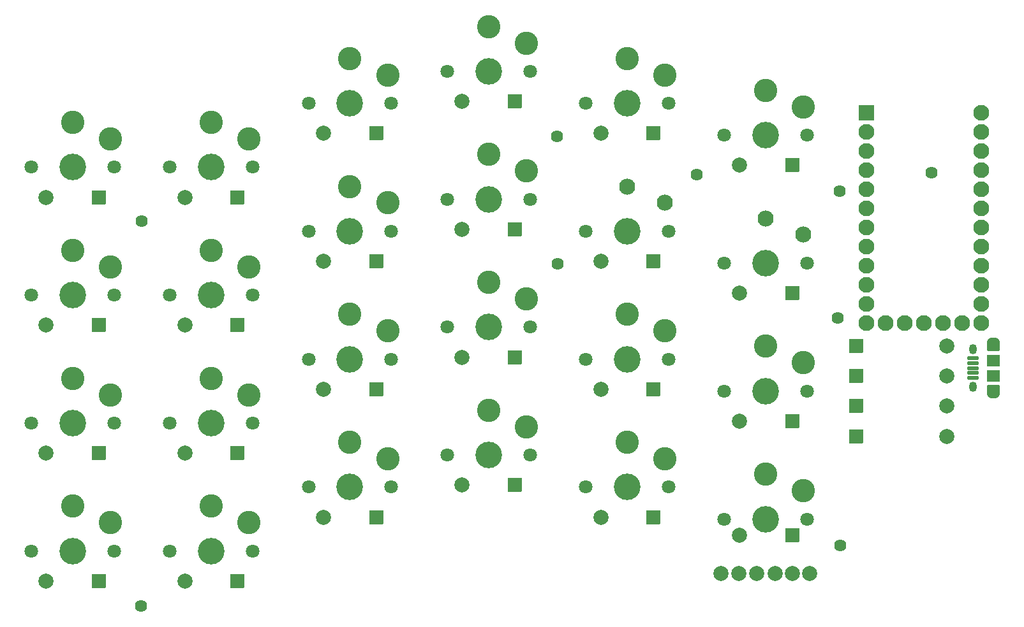
<source format=gbr>
%TF.GenerationSoftware,KiCad,Pcbnew,(6.0.4)*%
%TF.CreationDate,2024-05-03T15:54:38-07:00*%
%TF.ProjectId,left_staggered,6c656674-5f73-4746-9167-67657265642e,v1.0.0*%
%TF.SameCoordinates,Original*%
%TF.FileFunction,Soldermask,Top*%
%TF.FilePolarity,Negative*%
%FSLAX46Y46*%
G04 Gerber Fmt 4.6, Leading zero omitted, Abs format (unit mm)*
G04 Created by KiCad (PCBNEW (6.0.4)) date 2024-05-03 15:54:38*
%MOMM*%
%LPD*%
G01*
G04 APERTURE LIST*
G04 Aperture macros list*
%AMRoundRect*
0 Rectangle with rounded corners*
0 $1 Rounding radius*
0 $2 $3 $4 $5 $6 $7 $8 $9 X,Y pos of 4 corners*
0 Add a 4 corners polygon primitive as box body*
4,1,4,$2,$3,$4,$5,$6,$7,$8,$9,$2,$3,0*
0 Add four circle primitives for the rounded corners*
1,1,$1+$1,$2,$3*
1,1,$1+$1,$4,$5*
1,1,$1+$1,$6,$7*
1,1,$1+$1,$8,$9*
0 Add four rect primitives between the rounded corners*
20,1,$1+$1,$2,$3,$4,$5,0*
20,1,$1+$1,$4,$5,$6,$7,0*
20,1,$1+$1,$6,$7,$8,$9,0*
20,1,$1+$1,$8,$9,$2,$3,0*%
G04 Aperture macros list end*
%ADD10C,1.624000*%
%ADD11C,2.005000*%
%ADD12RoundRect,0.050000X0.889000X0.889000X-0.889000X0.889000X-0.889000X-0.889000X0.889000X-0.889000X0*%
%ADD13C,3.100000*%
%ADD14C,1.801800*%
%ADD15C,3.529000*%
%ADD16C,2.132000*%
%ADD17RoundRect,0.050000X-0.889000X-0.889000X0.889000X-0.889000X0.889000X0.889000X-0.889000X0.889000X0*%
%ADD18RoundRect,0.050000X-1.000000X-1.000000X1.000000X-1.000000X1.000000X1.000000X-1.000000X1.000000X0*%
%ADD19C,2.100000*%
%ADD20RoundRect,0.050000X0.675000X-0.200000X0.675000X0.200000X-0.675000X0.200000X-0.675000X-0.200000X0*%
%ADD21RoundRect,0.050000X0.775000X-0.750000X0.775000X0.750000X-0.775000X0.750000X-0.775000X-0.750000X0*%
%ADD22O,1.650000X0.990000*%
%ADD23O,1.050000X1.350000*%
%ADD24RoundRect,0.050000X0.775000X-0.600000X0.775000X0.600000X-0.775000X0.600000X-0.775000X-0.600000X0*%
G04 APERTURE END LIST*
D10*
%TO.C,*%
X269300000Y-119000000D03*
%TD*%
D11*
%TO.C,D4*%
X164000000Y-119800000D03*
D12*
X171000000Y-119800000D03*
%TD*%
D11*
%TO.C,D19*%
X237600000Y-128300000D03*
D12*
X244600000Y-128300000D03*
%TD*%
D13*
%TO.C,S20*%
X246100000Y-137550000D03*
D14*
X246600000Y-141300000D03*
X235600000Y-141300000D03*
D13*
X241100000Y-135350000D03*
D15*
X241100000Y-141300000D03*
%TD*%
D13*
%TO.C,S14*%
X204300000Y-101350000D03*
X209300000Y-103550000D03*
D14*
X209800000Y-107300000D03*
X198800000Y-107300000D03*
D15*
X204300000Y-107300000D03*
%TD*%
D14*
%TO.C,S2*%
X265000000Y-128550000D03*
X254000000Y-128550000D03*
D15*
X259500000Y-128550000D03*
D16*
X264500000Y-124750000D03*
X259500000Y-122650000D03*
%TD*%
D11*
%TO.C,D11*%
X200800000Y-128300000D03*
D12*
X207800000Y-128300000D03*
%TD*%
D11*
%TO.C,D25*%
X283500000Y-139550000D03*
D17*
X271500000Y-139550000D03*
%TD*%
D11*
%TO.C,D27*%
X283500000Y-147550000D03*
D17*
X271500000Y-147550000D03*
%TD*%
D11*
%TO.C,D9*%
X200800000Y-162300000D03*
D12*
X207800000Y-162300000D03*
%TD*%
D15*
%TO.C,S13*%
X204300000Y-124300000D03*
D14*
X198800000Y-124300000D03*
X209800000Y-124300000D03*
D13*
X209300000Y-120550000D03*
X204300000Y-118350000D03*
%TD*%
D14*
%TO.C,S19*%
X246600000Y-158300000D03*
D13*
X241100000Y-152350000D03*
D15*
X241100000Y-158300000D03*
D14*
X235600000Y-158300000D03*
D13*
X246100000Y-154550000D03*
%TD*%
D11*
%TO.C,D23*%
X256000000Y-132550000D03*
D12*
X263000000Y-132550000D03*
%TD*%
D10*
%TO.C,*%
X231800000Y-111700000D03*
%TD*%
%TO.C,*%
X269400000Y-166100000D03*
%TD*%
D13*
%TO.C,S15*%
X222700000Y-148100000D03*
D14*
X217200000Y-154050000D03*
X228200000Y-154050000D03*
D15*
X222700000Y-154050000D03*
D13*
X227700000Y-150300000D03*
%TD*%
D11*
%TO.C,*%
X253500000Y-169800000D03*
%TD*%
%TO.C,D13*%
X219200000Y-158050000D03*
D12*
X226200000Y-158050000D03*
%TD*%
D10*
%TO.C,*%
X176700000Y-123000000D03*
%TD*%
D14*
%TO.C,S5*%
X162000000Y-132800000D03*
D13*
X167500000Y-126850000D03*
X172500000Y-129050000D03*
D15*
X167500000Y-132800000D03*
D14*
X173000000Y-132800000D03*
%TD*%
D13*
%TO.C,S17*%
X227700000Y-116300000D03*
D14*
X217200000Y-120050000D03*
D15*
X222700000Y-120050000D03*
D14*
X228200000Y-120050000D03*
D13*
X222700000Y-114100000D03*
%TD*%
D11*
%TO.C,*%
X260700000Y-169800000D03*
%TD*%
D14*
%TO.C,S18*%
X217200000Y-103050000D03*
X228200000Y-103050000D03*
D13*
X227700000Y-99300000D03*
D15*
X222700000Y-103050000D03*
D13*
X222700000Y-97100000D03*
%TD*%
D14*
%TO.C,S22*%
X265000000Y-162550000D03*
D15*
X259500000Y-162550000D03*
D13*
X259500000Y-156600000D03*
X264500000Y-158800000D03*
D14*
X254000000Y-162550000D03*
%TD*%
D11*
%TO.C,D18*%
X237600000Y-145300000D03*
D12*
X244600000Y-145300000D03*
%TD*%
D11*
%TO.C,D7*%
X182400000Y-136800000D03*
D12*
X189400000Y-136800000D03*
%TD*%
D11*
%TO.C,D8*%
X182400000Y-119800000D03*
D12*
X189400000Y-119800000D03*
%TD*%
D13*
%TO.C,S4*%
X167500000Y-143850000D03*
D15*
X167500000Y-149800000D03*
D14*
X162000000Y-149800000D03*
D13*
X172500000Y-146050000D03*
D14*
X173000000Y-149800000D03*
%TD*%
%TO.C,S12*%
X209800000Y-141300000D03*
X198800000Y-141300000D03*
D13*
X209300000Y-137550000D03*
D15*
X204300000Y-141300000D03*
D13*
X204300000Y-135350000D03*
%TD*%
D11*
%TO.C,D2*%
X164000000Y-153800000D03*
D12*
X171000000Y-153800000D03*
%TD*%
D11*
%TO.C,D26*%
X283500000Y-143550000D03*
D17*
X271500000Y-143550000D03*
%TD*%
D18*
%TO.C,*%
X272880000Y-108580000D03*
D19*
X272880000Y-111120000D03*
X272880000Y-113660000D03*
X272880000Y-116200000D03*
X272880000Y-118740000D03*
X272880000Y-121280000D03*
X272880000Y-123820000D03*
X272880000Y-126360000D03*
X272880000Y-128900000D03*
X272880000Y-131440000D03*
X272880000Y-133980000D03*
X272880000Y-136520000D03*
X288120000Y-136520000D03*
X288120000Y-133980000D03*
X288120000Y-131440000D03*
X288120000Y-128900000D03*
X288120000Y-126360000D03*
X288120000Y-123820000D03*
X288120000Y-121280000D03*
X288120000Y-118740000D03*
X288120000Y-116200000D03*
X288120000Y-113660000D03*
X288120000Y-111120000D03*
X288120000Y-108580000D03*
X275420000Y-136520000D03*
X277960000Y-136520000D03*
X280500000Y-136520000D03*
X283040000Y-136520000D03*
X285580000Y-136520000D03*
%TD*%
D13*
%TO.C,S16*%
X227700000Y-133300000D03*
D14*
X217200000Y-137050000D03*
D15*
X222700000Y-137050000D03*
D13*
X222700000Y-131100000D03*
D14*
X228200000Y-137050000D03*
%TD*%
D10*
%TO.C,*%
X269000000Y-135800000D03*
%TD*%
D11*
%TO.C,D6*%
X182400000Y-153800000D03*
D12*
X189400000Y-153800000D03*
%TD*%
D11*
%TO.C,D5*%
X182400000Y-170800000D03*
D12*
X189400000Y-170800000D03*
%TD*%
D13*
%TO.C,S10*%
X185900000Y-109850000D03*
D15*
X185900000Y-115800000D03*
D13*
X190900000Y-112050000D03*
D14*
X180400000Y-115800000D03*
X191400000Y-115800000D03*
%TD*%
D11*
%TO.C,D1*%
X164000000Y-170800000D03*
D12*
X171000000Y-170800000D03*
%TD*%
D13*
%TO.C,S11*%
X209300000Y-154550000D03*
D14*
X198800000Y-158300000D03*
D13*
X204300000Y-152350000D03*
D14*
X209800000Y-158300000D03*
D15*
X204300000Y-158300000D03*
%TD*%
D11*
%TO.C,D21*%
X256000000Y-164700000D03*
D12*
X263000000Y-164700000D03*
%TD*%
D15*
%TO.C,S7*%
X185900000Y-166800000D03*
D14*
X191400000Y-166800000D03*
D13*
X190900000Y-163050000D03*
X185900000Y-160850000D03*
D14*
X180400000Y-166800000D03*
%TD*%
D13*
%TO.C,S24*%
X259500000Y-105600000D03*
X264500000Y-107800000D03*
D14*
X254000000Y-111550000D03*
D15*
X259500000Y-111550000D03*
D14*
X265000000Y-111550000D03*
%TD*%
D10*
%TO.C,*%
X176600000Y-174100000D03*
%TD*%
D11*
%TO.C,D10*%
X200800000Y-145300000D03*
D12*
X207800000Y-145300000D03*
%TD*%
D11*
%TO.C,D24*%
X256000000Y-115550000D03*
D12*
X263000000Y-115550000D03*
%TD*%
D11*
%TO.C,*%
X255900000Y-169800000D03*
%TD*%
D13*
%TO.C,S23*%
X259500000Y-139600000D03*
D15*
X259500000Y-145550000D03*
D13*
X264500000Y-141800000D03*
D14*
X265000000Y-145550000D03*
X254000000Y-145550000D03*
%TD*%
D20*
%TO.C,*%
X287000000Y-143800000D03*
X287000000Y-143150000D03*
X287000000Y-142500000D03*
X287000000Y-141850000D03*
X287000000Y-141200000D03*
D21*
X289700000Y-141500000D03*
D22*
X289700000Y-139000000D03*
D21*
X289700000Y-143500000D03*
D23*
X287000000Y-140000000D03*
D24*
X289700000Y-139600000D03*
X289700000Y-145400000D03*
D22*
X289700000Y-146000000D03*
D23*
X287000000Y-145000000D03*
%TD*%
D11*
%TO.C,*%
X258300000Y-169800000D03*
%TD*%
D13*
%TO.C,S8*%
X190900000Y-146050000D03*
D14*
X191400000Y-149800000D03*
D13*
X185900000Y-143850000D03*
D15*
X185900000Y-149800000D03*
D14*
X180400000Y-149800000D03*
%TD*%
D13*
%TO.C,S9*%
X190900000Y-129050000D03*
D14*
X180400000Y-132800000D03*
D15*
X185900000Y-132800000D03*
D13*
X185900000Y-126850000D03*
D14*
X191400000Y-132800000D03*
%TD*%
D11*
%TO.C,D16*%
X219200000Y-107050000D03*
D12*
X226200000Y-107050000D03*
%TD*%
D14*
%TO.C,S1*%
X246600000Y-124300000D03*
D15*
X241100000Y-124300000D03*
D14*
X235600000Y-124300000D03*
D16*
X246100000Y-120500000D03*
X241100000Y-118400000D03*
%TD*%
D14*
%TO.C,S21*%
X235600000Y-107300000D03*
D13*
X241100000Y-101350000D03*
D14*
X246600000Y-107300000D03*
D13*
X246100000Y-103550000D03*
D15*
X241100000Y-107300000D03*
%TD*%
D10*
%TO.C,*%
X231900000Y-128600000D03*
%TD*%
D11*
%TO.C,D12*%
X200800000Y-111300000D03*
D12*
X207800000Y-111300000D03*
%TD*%
D11*
%TO.C,D3*%
X164000000Y-136800000D03*
D12*
X171000000Y-136800000D03*
%TD*%
D11*
%TO.C,D15*%
X219200000Y-124050000D03*
D12*
X226200000Y-124050000D03*
%TD*%
D11*
%TO.C,D28*%
X283500000Y-151550000D03*
D17*
X271500000Y-151550000D03*
%TD*%
D11*
%TO.C,D14*%
X219200000Y-141050000D03*
D12*
X226200000Y-141050000D03*
%TD*%
D10*
%TO.C,*%
X250300000Y-116800000D03*
%TD*%
D11*
%TO.C,D22*%
X256000000Y-149550000D03*
D12*
X263000000Y-149550000D03*
%TD*%
D11*
%TO.C,*%
X263000000Y-169800000D03*
%TD*%
D13*
%TO.C,S3*%
X167500000Y-160850000D03*
X172500000Y-163050000D03*
D15*
X167500000Y-166800000D03*
D14*
X173000000Y-166800000D03*
X162000000Y-166800000D03*
%TD*%
D11*
%TO.C,*%
X265300000Y-169800000D03*
%TD*%
%TO.C,D17*%
X237600000Y-162300000D03*
D12*
X244600000Y-162300000D03*
%TD*%
D11*
%TO.C,D20*%
X237600000Y-111300000D03*
D12*
X244600000Y-111300000D03*
%TD*%
D10*
%TO.C,*%
X281500000Y-116550000D03*
%TD*%
D13*
%TO.C,S6*%
X172500000Y-112050000D03*
X167500000Y-109850000D03*
D15*
X167500000Y-115800000D03*
D14*
X173000000Y-115800000D03*
X162000000Y-115800000D03*
%TD*%
M02*

</source>
